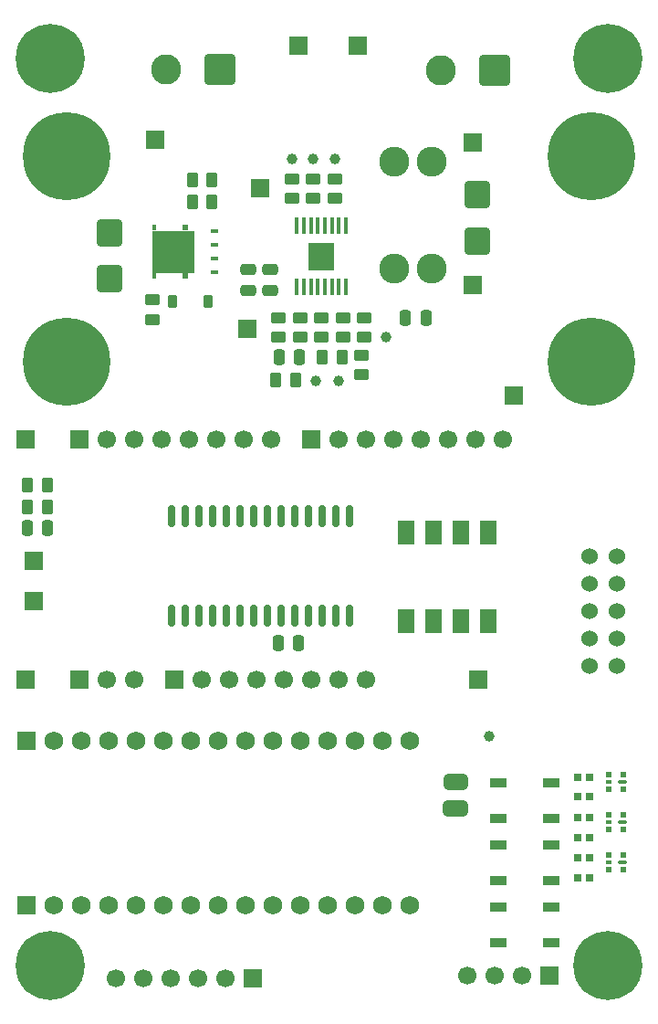
<source format=gts>
G04 #@! TF.GenerationSoftware,KiCad,Pcbnew,9.0.3*
G04 #@! TF.CreationDate,2025-08-25T22:34:56-05:00*
G04 #@! TF.ProjectId,TestBoard_TPS27SA08-Q1,54657374-426f-4617-9264-5f5450533237,rev?*
G04 #@! TF.SameCoordinates,Original*
G04 #@! TF.FileFunction,Soldermask,Top*
G04 #@! TF.FilePolarity,Negative*
%FSLAX46Y46*%
G04 Gerber Fmt 4.6, Leading zero omitted, Abs format (unit mm)*
G04 Created by KiCad (PCBNEW 9.0.3) date 2025-08-25 22:34:56*
%MOMM*%
%LPD*%
G01*
G04 APERTURE LIST*
G04 Aperture macros list*
%AMRoundRect*
0 Rectangle with rounded corners*
0 $1 Rounding radius*
0 $2 $3 $4 $5 $6 $7 $8 $9 X,Y pos of 4 corners*
0 Add a 4 corners polygon primitive as box body*
4,1,4,$2,$3,$4,$5,$6,$7,$8,$9,$2,$3,0*
0 Add four circle primitives for the rounded corners*
1,1,$1+$1,$2,$3*
1,1,$1+$1,$4,$5*
1,1,$1+$1,$6,$7*
1,1,$1+$1,$8,$9*
0 Add four rect primitives between the rounded corners*
20,1,$1+$1,$2,$3,$4,$5,0*
20,1,$1+$1,$4,$5,$6,$7,0*
20,1,$1+$1,$6,$7,$8,$9,0*
20,1,$1+$1,$8,$9,$2,$3,0*%
%AMFreePoly0*
4,1,23,0.500000,-0.750000,0.000000,-0.750000,0.000000,-0.745722,-0.065263,-0.745722,-0.191342,-0.711940,-0.304381,-0.646677,-0.396677,-0.554381,-0.461940,-0.441342,-0.495722,-0.315263,-0.495722,-0.250000,-0.500000,-0.250000,-0.500000,0.250000,-0.495722,0.250000,-0.495722,0.315263,-0.461940,0.441342,-0.396677,0.554381,-0.304381,0.646677,-0.191342,0.711940,-0.065263,0.745722,0.000000,0.745722,
0.000000,0.750000,0.500000,0.750000,0.500000,-0.750000,0.500000,-0.750000,$1*%
%AMFreePoly1*
4,1,23,0.000000,0.745722,0.065263,0.745722,0.191342,0.711940,0.304381,0.646677,0.396677,0.554381,0.461940,0.441342,0.495722,0.315263,0.495722,0.250000,0.500000,0.250000,0.500000,-0.250000,0.495722,-0.250000,0.495722,-0.315263,0.461940,-0.441342,0.396677,-0.554381,0.304381,-0.646677,0.191342,-0.711940,0.065263,-0.745722,0.000000,-0.745722,0.000000,-0.750000,-0.500000,-0.750000,
-0.500000,0.750000,0.000000,0.750000,0.000000,0.745722,0.000000,0.745722,$1*%
G04 Aperture macros list end*
%ADD10RoundRect,0.250000X-0.262500X-0.450000X0.262500X-0.450000X0.262500X0.450000X-0.262500X0.450000X0*%
%ADD11R,1.700000X1.700000*%
%ADD12RoundRect,0.250000X-0.250000X-0.475000X0.250000X-0.475000X0.250000X0.475000X-0.250000X0.475000X0*%
%ADD13C,8.115000*%
%ADD14RoundRect,0.250000X-0.450000X0.262500X-0.450000X-0.262500X0.450000X-0.262500X0.450000X0.262500X0*%
%ADD15C,1.700000*%
%ADD16RoundRect,0.250001X1.149999X1.149999X-1.149999X1.149999X-1.149999X-1.149999X1.149999X-1.149999X0*%
%ADD17C,2.800000*%
%ADD18RoundRect,0.102500X0.257500X0.102500X-0.257500X0.102500X-0.257500X-0.102500X0.257500X-0.102500X0*%
%ADD19R,0.510000X0.585000*%
%ADD20R,3.990000X3.960000*%
%ADD21R,0.410000X0.470000*%
%ADD22RoundRect,0.102000X0.765000X-0.765000X0.765000X0.765000X-0.765000X0.765000X-0.765000X-0.765000X0*%
%ADD23C,1.734000*%
%ADD24RoundRect,0.250000X0.262500X0.450000X-0.262500X0.450000X-0.262500X-0.450000X0.262500X-0.450000X0*%
%ADD25R,2.460000X2.660000*%
%ADD26RoundRect,0.100000X0.100000X-0.687500X0.100000X0.687500X-0.100000X0.687500X-0.100000X-0.687500X0*%
%ADD27C,1.000000*%
%ADD28RoundRect,0.250000X-0.475000X0.250000X-0.475000X-0.250000X0.475000X-0.250000X0.475000X0.250000X0*%
%ADD29R,0.700000X0.700000*%
%ADD30R,1.520000X2.160000*%
%ADD31RoundRect,0.250000X0.250000X0.475000X-0.250000X0.475000X-0.250000X-0.475000X0.250000X-0.475000X0*%
%ADD32RoundRect,0.250000X0.900000X-1.000000X0.900000X1.000000X-0.900000X1.000000X-0.900000X-1.000000X0*%
%ADD33RoundRect,0.045000X0.355000X-0.105000X0.355000X0.105000X-0.355000X0.105000X-0.355000X-0.105000X0*%
%ADD34RoundRect,0.067500X0.207500X-0.157500X0.207500X0.157500X-0.207500X0.157500X-0.207500X-0.157500X0*%
%ADD35RoundRect,0.045000X0.230000X-0.105000X0.230000X0.105000X-0.230000X0.105000X-0.230000X-0.105000X0*%
%ADD36FreePoly0,0.000000*%
%ADD37FreePoly1,0.000000*%
%ADD38RoundRect,0.250000X0.450000X-0.262500X0.450000X0.262500X-0.450000X0.262500X-0.450000X-0.262500X0*%
%ADD39RoundRect,0.090000X-0.660000X-0.360000X0.660000X-0.360000X0.660000X0.360000X-0.660000X0.360000X0*%
%ADD40C,2.780000*%
%ADD41C,6.400000*%
%ADD42C,1.524000*%
%ADD43RoundRect,0.225000X0.225000X0.375000X-0.225000X0.375000X-0.225000X-0.375000X0.225000X-0.375000X0*%
%ADD44RoundRect,0.150000X0.150000X-0.875000X0.150000X0.875000X-0.150000X0.875000X-0.150000X-0.875000X0*%
G04 APERTURE END LIST*
G36*
X151700000Y-118500000D02*
G01*
X152000000Y-118500000D01*
X152000000Y-120000000D01*
X151700000Y-120000000D01*
X151700000Y-118500000D01*
G37*
G36*
X151750000Y-116000000D02*
G01*
X152050000Y-116000000D01*
X152050000Y-117500000D01*
X151750000Y-117500000D01*
X151750000Y-116000000D01*
G37*
D10*
X127425000Y-61000000D03*
X129250000Y-61000000D03*
D11*
X154000000Y-107250000D03*
D12*
X135395000Y-103900000D03*
X137295000Y-103900000D03*
D13*
X164500000Y-77800000D03*
D11*
X112000000Y-107250000D03*
D14*
X135412500Y-73750000D03*
X135412500Y-75575000D03*
X123750000Y-72087500D03*
X123750000Y-73912500D03*
D11*
X124000000Y-57250000D03*
D12*
X112137500Y-93250000D03*
X114037500Y-93250000D03*
D11*
X116920000Y-107250000D03*
D15*
X119460000Y-107250000D03*
X122000000Y-107250000D03*
D16*
X155500000Y-50782500D03*
D17*
X150500000Y-50782500D03*
D11*
X132500000Y-74750000D03*
X112000000Y-85000000D03*
X112750000Y-96250000D03*
X153412500Y-70750000D03*
D10*
X127425000Y-63000000D03*
X129250000Y-63000000D03*
D18*
X129465000Y-69540000D03*
X129465000Y-68270000D03*
X129465000Y-67000000D03*
X129465000Y-65730000D03*
D19*
X126750000Y-69907500D03*
X126750000Y-65362500D03*
D20*
X125670000Y-67635000D03*
D21*
X123880000Y-69850000D03*
X123880000Y-65420000D03*
D22*
X112090000Y-128240000D03*
D23*
X114630000Y-128240000D03*
X117170000Y-128240000D03*
X119710000Y-128240000D03*
X122250000Y-128240000D03*
X124790000Y-128240000D03*
X127330000Y-128240000D03*
X129870000Y-128240000D03*
X132410000Y-128240000D03*
X134950000Y-128240000D03*
X137490000Y-128240000D03*
X140030000Y-128240000D03*
X142570000Y-128240000D03*
X145110000Y-128240000D03*
X147650000Y-128240000D03*
D22*
X112090000Y-113000000D03*
D23*
X114630000Y-113000000D03*
X117170000Y-113000000D03*
X119710000Y-113000000D03*
X122250000Y-113000000D03*
X124790000Y-113000000D03*
X127330000Y-113000000D03*
X129870000Y-113000000D03*
X132410000Y-113000000D03*
X134950000Y-113000000D03*
X137490000Y-113000000D03*
X140030000Y-113000000D03*
X142570000Y-113000000D03*
X145110000Y-113000000D03*
X147650000Y-113000000D03*
D24*
X137000000Y-79500000D03*
X135175000Y-79500000D03*
D25*
X139412500Y-68050000D03*
D26*
X137137500Y-70912500D03*
X137787500Y-70912500D03*
X138437500Y-70912500D03*
X139087500Y-70912500D03*
X139737500Y-70912500D03*
X140387500Y-70912500D03*
X141037500Y-70912500D03*
X141687500Y-70912500D03*
X141687500Y-65187500D03*
X141037500Y-65187500D03*
X140387500Y-65187500D03*
X139737500Y-65187500D03*
X139087500Y-65187500D03*
X138437500Y-65187500D03*
X137787500Y-65187500D03*
X137137500Y-65187500D03*
D11*
X153412500Y-57500000D03*
D27*
X136662500Y-59000000D03*
D16*
X130000000Y-50750000D03*
D17*
X125000000Y-50750000D03*
D28*
X132662500Y-69300000D03*
X132662500Y-71200000D03*
D29*
X163150000Y-118165000D03*
X164250000Y-118165000D03*
X164250000Y-116335000D03*
X163150000Y-116335000D03*
D30*
X147250000Y-101880000D03*
X149790000Y-101880000D03*
X152330000Y-101880000D03*
X154870000Y-101880000D03*
X154870000Y-93620000D03*
X152330000Y-93620000D03*
X149790000Y-93620000D03*
X147250000Y-93620000D03*
D10*
X112175000Y-89250000D03*
X114000000Y-89250000D03*
D31*
X137362500Y-77412500D03*
X135462500Y-77412500D03*
D14*
X143412500Y-73750000D03*
X143412500Y-75575000D03*
D13*
X115800000Y-77800000D03*
D10*
X112175000Y-91250000D03*
X114000000Y-91250000D03*
D13*
X164500000Y-58750000D03*
D27*
X138912500Y-79612500D03*
D32*
X153912500Y-66650000D03*
X153912500Y-62350000D03*
D14*
X143162500Y-77200000D03*
X143162500Y-79025000D03*
D33*
X167300000Y-124250000D03*
D34*
X167425000Y-124925000D03*
X166075000Y-124925000D03*
D35*
X166075000Y-124250000D03*
D34*
X166075000Y-123575000D03*
X167425000Y-123575000D03*
D27*
X155000000Y-112500000D03*
D12*
X147212500Y-73750000D03*
X149112500Y-73750000D03*
D14*
X140662500Y-60887500D03*
X140662500Y-62712500D03*
D36*
X151200000Y-119250000D03*
D37*
X152500000Y-119250000D03*
D33*
X167300000Y-116750000D03*
D34*
X167425000Y-117425000D03*
X166075000Y-117425000D03*
D35*
X166075000Y-116750000D03*
D34*
X166075000Y-116075000D03*
X167425000Y-116075000D03*
D11*
X116960000Y-85000000D03*
D15*
X119500000Y-85000000D03*
X122040000Y-85000000D03*
X124580000Y-85000000D03*
X127120000Y-85000000D03*
X129660000Y-85000000D03*
X132200000Y-85000000D03*
X134740000Y-85000000D03*
D14*
X137412500Y-73750000D03*
X137412500Y-75575000D03*
D38*
X139412500Y-75575000D03*
X139412500Y-73750000D03*
D11*
X133750000Y-61750000D03*
D39*
X155800000Y-128350000D03*
X155800000Y-131650000D03*
X160700000Y-131650000D03*
X160700000Y-128350000D03*
D27*
X140662500Y-59000000D03*
D39*
X155800000Y-116850000D03*
X155800000Y-120150000D03*
X160700000Y-120150000D03*
X160700000Y-116850000D03*
D24*
X141325000Y-77412500D03*
X139500000Y-77412500D03*
D40*
X146212500Y-69210000D03*
X149612500Y-69210000D03*
X146212500Y-59290000D03*
X149612500Y-59290000D03*
D29*
X163150000Y-121915000D03*
X164250000Y-121915000D03*
X164250000Y-120085000D03*
X163150000Y-120085000D03*
D27*
X145412500Y-75500000D03*
D36*
X151250000Y-116750000D03*
D37*
X152550000Y-116750000D03*
D38*
X141412500Y-75575000D03*
X141412500Y-73750000D03*
D11*
X142750000Y-48500000D03*
X157250000Y-81000000D03*
D41*
X166000000Y-133750000D03*
D11*
X125750000Y-107250000D03*
D15*
X128290000Y-107250000D03*
X130830000Y-107250000D03*
X133370000Y-107250000D03*
X135910000Y-107250000D03*
X138450000Y-107250000D03*
X140990000Y-107250000D03*
X143530000Y-107250000D03*
D13*
X115800000Y-58750000D03*
D28*
X134662500Y-69300000D03*
X134662500Y-71200000D03*
D33*
X167300000Y-120500000D03*
D34*
X167425000Y-121175000D03*
X166075000Y-121175000D03*
D35*
X166075000Y-120500000D03*
D34*
X166075000Y-119825000D03*
X167425000Y-119825000D03*
D11*
X137250000Y-48500000D03*
D39*
X155800000Y-122600000D03*
X155800000Y-125900000D03*
X160700000Y-125900000D03*
X160700000Y-122600000D03*
D14*
X138662500Y-60887500D03*
X138662500Y-62712500D03*
D27*
X138662500Y-59000000D03*
D29*
X163150000Y-125665000D03*
X164250000Y-125665000D03*
X164250000Y-123835000D03*
X163150000Y-123835000D03*
D11*
X133080000Y-135000000D03*
D15*
X130540000Y-135000000D03*
X128000000Y-135000000D03*
X125460000Y-135000000D03*
X122920000Y-135000000D03*
X120380000Y-135000000D03*
D41*
X114250000Y-49750000D03*
D32*
X119750000Y-70150000D03*
X119750000Y-65850000D03*
D11*
X112750000Y-100000000D03*
D42*
X166790000Y-95840000D03*
X164250000Y-95840000D03*
X166790000Y-98380000D03*
X164250000Y-98380000D03*
X166790000Y-100920000D03*
X164250000Y-100920000D03*
X166790000Y-103460000D03*
X164250000Y-103460000D03*
X166790000Y-106000000D03*
X164250000Y-106000000D03*
D11*
X138500000Y-85000000D03*
D15*
X141040000Y-85000000D03*
X143580000Y-85000000D03*
X146120000Y-85000000D03*
X148660000Y-85000000D03*
X151200000Y-85000000D03*
X153740000Y-85000000D03*
X156280000Y-85000000D03*
D41*
X114250000Y-133750000D03*
D27*
X141012500Y-79612500D03*
D43*
X128900000Y-72250000D03*
X125600000Y-72250000D03*
D14*
X136662500Y-60887500D03*
X136662500Y-62712500D03*
D11*
X160560000Y-134750000D03*
D15*
X158020000Y-134750000D03*
X155480000Y-134750000D03*
X152940000Y-134750000D03*
D44*
X125495000Y-101400000D03*
X126765000Y-101400000D03*
X128035000Y-101400000D03*
X129305000Y-101400000D03*
X130575000Y-101400000D03*
X131845000Y-101400000D03*
X133115000Y-101400000D03*
X134385000Y-101400000D03*
X135655000Y-101400000D03*
X136925000Y-101400000D03*
X138195000Y-101400000D03*
X139465000Y-101400000D03*
X140735000Y-101400000D03*
X142005000Y-101400000D03*
X142005000Y-92100000D03*
X140735000Y-92100000D03*
X139465000Y-92100000D03*
X138195000Y-92100000D03*
X136925000Y-92100000D03*
X135655000Y-92100000D03*
X134385000Y-92100000D03*
X133115000Y-92100000D03*
X131845000Y-92100000D03*
X130575000Y-92100000D03*
X129305000Y-92100000D03*
X128035000Y-92100000D03*
X126765000Y-92100000D03*
X125495000Y-92100000D03*
D41*
X166000000Y-49750000D03*
M02*

</source>
